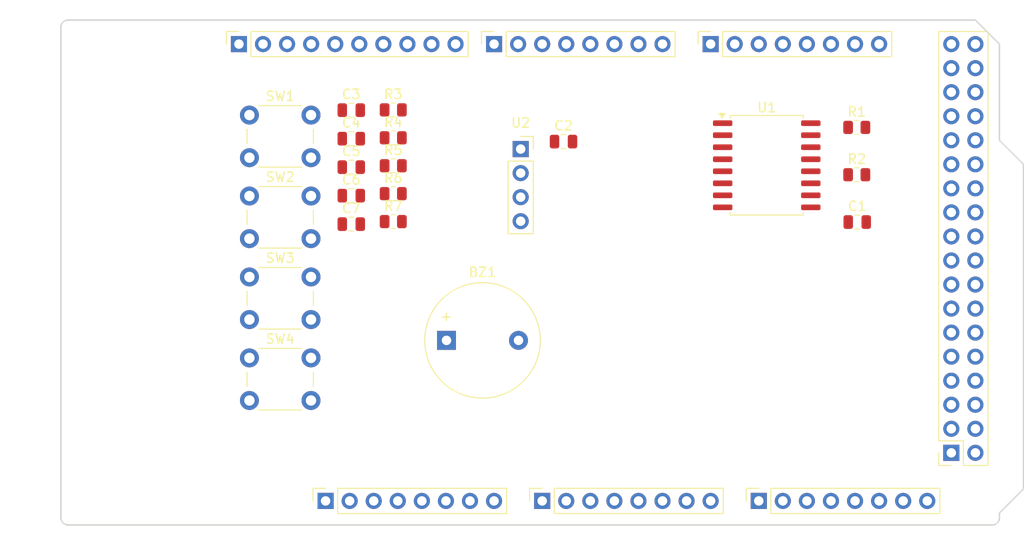
<source format=kicad_pcb>
(kicad_pcb (version 20241229) (generator "pcbnew") (generator_version "9.0")
  (title_block (date "mar. 31 mars 2015"))
  (layers (0 "F.Cu" signal) (2 "B.Cu" signal) (13 "F.Paste" user) (15 "B.Paste" user) (5 "F.SilkS" user "F.Silkscreen") (7 "B.SilkS" user "B.Silkscreen") (1 "F.Mask" user) (3 "B.Mask" user) (25 "Edge.Cuts" user))
  (net 0 "")
  (net 1 "GND")
  (net 2 "/*52")
  (net 3 "/53")
  (net 4 "/50")
  (net 5 "/51")
  (net 6 "/48")
  (net 7 "/49")
  (net 8 "/*46")
  (net 9 "/47")
  (net 10 "/*44")
  (net 11 "/*45")
  (net 12 "/42")
  (net 13 "/43")
  (net 14 "/40")
  (net 15 "/41")
  (net 16 "/38")
  (net 17 "/39")
  (net 18 "/36")
  (net 19 "/37")
  (net 20 "/34")
  (net 21 "/35")
  (net 22 "/32")
  (net 23 "/33")
  (net 24 "/30")
  (net 25 "/31")
  (net 26 "/28")
  (net 27 "/29")
  (net 28 "/26")
  (net 29 "/27")
  (net 30 "/24")
  (net 31 "/25")
  (net 32 "/22")
  (net 33 "/23")
  (net 34 "+5V")
  (net 35 "/IOREF")
  (net 36 "/A0")
  (net 37 "/A1")
  (net 38 "/A2")
  (net 39 "/A3")
  (net 40 "/A4")
  (net 41 "/A5")
  (net 42 "/A6")
  (net 43 "/A7")
  (net 44 "/A8")
  (net 45 "/A9")
  (net 46 "/A10")
  (net 47 "/A11")
  (net 48 "/A12")
  (net 49 "/A13")
  (net 50 "/A14")
  (net 51 "/A15")
  (net 52 "/AREF")
  (net 53 "/*13")
  (net 54 "/*12")
  (net 55 "/*11")
  (net 56 "/*10")
  (net 57 "/*9")
  (net 58 "/*8")
  (net 59 "/*7")
  (net 60 "/*6")
  (net 61 "/*5")
  (net 62 "/*4")
  (net 63 "/*3")
  (net 64 "/*2")
  (net 65 "/TX0{slash}1")
  (net 66 "/RX0{slash}0")
  (net 67 "+3V3")
  (net 68 "/TX3{slash}14")
  (net 69 "/RX3{slash}15")
  (net 70 "/TX2{slash}16")
  (net 71 "/RX2{slash}17")
  (net 72 "/TX1{slash}18")
  (net 73 "/RX1{slash}19")
  (net 74 "/SDA{slash}20")
  (net 75 "/SCL{slash}21")
  (net 76 "VCC")
  (net 77 "/~{RESET}")
  (net 82 "Net-(BZ1-+)")
  (net 83 "Net-(C4-Pad1)")
  (net 84 "Net-(C5-Pad1)")
  (net 85 "Net-(C6-Pad1)")
  (net 86 "Net-(C7-Pad1)")
  (net 87 "/SCL")
  (footprint "Connector_PinSocket_2.54mm:PinSocket_2x18_P2.54mm_Vertical" (layer "F.Cu") (at 193.98 92.38 180)
    (property "Reference" "J7" (hide yes))
    (property "Value" "Digital")
    (fp_line (start 1.33 1.27) (end 1.33 44.51) (stroke (width 0.12)) (layer "F.SilkS"))
    (fp_line (start 1.33 -1.33) (end 1.33 0) (stroke (width 0.12)) (layer "F.SilkS"))
    (fp_line (start 0 -1.33) (end 1.33 -1.33) (stroke (width 0.12)) (layer "F.SilkS"))
    (fp_line (start -1.27 1.27) (end 1.33 1.27) (stroke (width 0.12)) (layer "F.SilkS"))
    (fp_line (start -1.27 -1.33) (end -1.27 1.27) (stroke (width 0.12)) (layer "F.SilkS"))
    (fp_line (start -3.87 44.51) (end 1.33 44.51) (stroke (width 0.12)) (layer "F.SilkS"))
    (fp_line (start -3.87 -1.33) (end -1.27 -1.33) (stroke (width 0.12)) (layer "F.SilkS"))
    (fp_line (start -3.87 -1.33) (end -3.87 44.51) (stroke (width 0.12)) (layer "F.SilkS"))
    (pad "1" thru_hole rect (at 0 0 180) (size 1.7 1.7) (drill 1) (layers "*.Cu" "*.Mask") (net 1 "GND"))
    (pad "2" thru_hole oval (at -2.54 0 180) (size 1.7 1.7) (drill 1) (layers "*.Cu" "*.Mask") (net 1 "GND"))
    (pad "3" thru_hole oval (at 0 2.54 180) (size 1.7 1.7) (drill 1) (layers "*.Cu" "*.Mask") (net 2 "/*52"))
    (pad "4" thru_hole oval (at -2.54 2.54 180) (size 1.7 1.7) (drill 1) (layers "*.Cu" "*.Mask") (net 3 "/53"))
    (pad "5" thru_hole oval (at 0 5.08 180) (size 1.7 1.7) (drill 1) (layers "*.Cu" "*.Mask") (net 4 "/50"))
    (pad "6" thru_hole oval (at -2.54 5.08 180) (size 1.7 1.7) (drill 1) (layers "*.Cu" "*.Mask") (net 5 "/51"))
    (pad "7" thru_hole oval (at 0 7.62 180) (size 1.7 1.7) (drill 1) (layers "*.Cu" "*.Mask") (net 6 "/48"))
    (pad "8" thru_hole oval (at -2.54 7.62 180) (size 1.7 1.7) (drill 1) (layers "*.Cu" "*.Mask") (net 7 "/49"))
    (pad "9" thru_hole oval (at 0 10.16 180) (size 1.7 1.7) (drill 1) (layers "*.Cu" "*.Mask") (net 8 "/*46"))
    (pad "10" thru_hole oval (at -2.54 10.16 180) (size 1.7 1.7) (drill 1) (layers "*.Cu" "*.Mask") (net 9 "/47"))
    (pad "11" thru_hole oval (at 0 12.7 180) (size 1.7 1.7) (drill 1) (layers "*.Cu" "*.Mask") (net 10 "/*44"))
    (pad "12" thru_hole oval (at -2.54 12.7 180) (size 1.7 1.7) (drill 1) (layers "*.Cu" "*.Mask") (net 11 "/*45"))
    (pad "13" thru_hole oval (at 0 15.24 180) (size 1.7 1.7) (drill 1) (layers "*.Cu" "*.Mask") (net 12 "/42"))
    (pad "14" thru_hole oval (at -2.54 15.24 180) (size 1.7 1.7) (drill 1) (layers "*.Cu" "*.Mask") (net 13 "/43"))
    (pad "15" thru_hole oval (at 0 17.78 180) (size 1.7 1.7) (drill 1) (layers "*.Cu" "*.Mask") (net 14 "/40"))
    (pad "16" thru_hole oval (at -2.54 17.78 180) (size 1.7 1.7) (drill 1) (layers "*.Cu" "*.Mask") (net 15 "/41"))
    (pad "17" thru_hole oval (at 0 20.32 180) (size 1.7 1.7) (drill 1) (layers "*.Cu" "*.Mask") (net 16 "/38"))
    (pad "18" thru_hole oval (at -2.54 20.32 180) (size 1.7 1.7) (drill 1) (layers "*.Cu" "*.Mask") (net 17 "/39"))
    (pad "19" thru_hole oval (at 0 22.86 180) (size 1.7 1.7) (drill 1) (layers "*.Cu" "*.Mask") (net 18 "/36"))
    (pad "20" thru_hole oval (at -2.54 22.86 180) (size 1.7 1.7) (drill 1) (layers "*.Cu" "*.Mask") (net 19 "/37"))
    (pad "21" thru_hole oval (at 0 25.4 180) (size 1.7 1.7) (drill 1) (layers "*.Cu" "*.Mask") (net 20 "/34"))
    (pad "22" thru_hole oval (at -2.54 25.4 180) (size 1.7 1.7) (drill 1) (layers "*.Cu" "*.Mask") (net 21 "/35"))
    (pad "23" thru_hole oval (at 0 27.94 180) (size 1.7 1.7) (drill 1) (layers "*.Cu" "*.Mask") (net 22 "/32"))
    (pad "24" thru_hole oval (at -2.54 27.94 180) (size 1.7 1.7) (drill 1) (layers "*.Cu" "*.Mask") (net 23 "/33"))
    (pad "25" thru_hole oval (at 0 30.48 180) (size 1.7 1.7) (drill 1) (layers "*.Cu" "*.Mask") (net 24 "/30"))
    (pad "26" thru_hole oval (at -2.54 30.48 180) (size 1.7 1.7) (drill 1) (layers "*.Cu" "*.Mask") (net 25 "/31"))
    (pad "27" thru_hole oval (at 0 33.02 180) (size 1.7 1.7) (drill 1) (layers "*.Cu" "*.Mask") (net 26 "/28"))
    (pad "28" thru_hole oval (at -2.54 33.02 180) (size 1.7 1.7) (drill 1) (layers "*.Cu" "*.Mask") (net 27 "/29"))
    (pad "29" thru_hole oval (at 0 35.56 180) (size 1.7 1.7) (drill 1) (layers "*.Cu" "*.Mask") (net 28 "/26"))
    (pad "30" thru_hole oval (at -2.54 35.56 180) (size 1.7 1.7) (drill 1) (layers "*.Cu" "*.Mask") (net 29 "/27"))
    (pad "31" thru_hole oval (at 0 38.1 180) (size 1.7 1.7) (drill 1) (layers "*.Cu" "*.Mask") (net 30 "/24"))
    (pad "32" thru_hole oval (at -2.54 38.1 180) (size 1.7 1.7) (drill 1) (layers "*.Cu" "*.Mask") (net 31 "/25"))
    (pad "33" thru_hole oval (at 0 40.64 180) (size 1.7 1.7) (drill 1) (layers "*.Cu" "*.Mask") (net 32 "/22"))
    (pad "34" thru_hole oval (at -2.54 40.64 180) (size 1.7 1.7) (drill 1) (layers "*.Cu" "*.Mask") (net 33 "/23"))
    (pad "35" thru_hole oval (at 0 43.18 180) (size 1.7 1.7) (drill 1) (layers "*.Cu" "*.Mask") (net 34 "+5V"))
    (pad "36" thru_hole oval (at -2.54 43.18 180) (size 1.7 1.7) (drill 1) (layers "*.Cu" "*.Mask") (net 34 "+5V"))
  )
  (footprint "Connector_PinSocket_2.54mm:PinSocket_1x08_P2.54mm_Vertical" (layer "F.Cu") (at 127.94 97.46 90)
    (property "Reference" "J1" (hide yes))
    (property "Value" "Power")
    (fp_line (start 1.33 -1.33) (end 1.33 0) (stroke (width 0.12)) (layer "F.SilkS"))
    (fp_line (start 0 -1.33) (end 1.33 -1.33) (stroke (width 0.12)) (layer "F.SilkS"))
    (fp_line (start 1.33 1.27) (end 1.33 19.11) (stroke (width 0.12)) (layer "F.SilkS"))
    (fp_line (start -1.33 1.27) (end 1.33 1.27) (stroke (width 0.12)) (layer "F.SilkS"))
    (fp_line (start -1.33 1.27) (end -1.33 19.11) (stroke (width 0.12)) (layer "F.SilkS"))
    (fp_line (start -1.33 19.11) (end 1.33 19.11) (stroke (width 0.12)) (layer "F.SilkS"))
    (pad "1" thru_hole rect (at 0 0 90) (size 1.7 1.7) (drill 1) (layers "*.Cu" "*.Mask"))
    (pad "2" thru_hole oval (at 0 2.54 90) (size 1.7 1.7) (drill 1) (layers "*.Cu" "*.Mask") (net 35 "/IOREF"))
    (pad "3" thru_hole oval (at 0 5.08 90) (size 1.7 1.7) (drill 1) (layers "*.Cu" "*.Mask") (net 77 "/~{RESET}"))
    (pad "4" thru_hole oval (at 0 7.62 90) (size 1.7 1.7) (drill 1) (layers "*.Cu" "*.Mask") (net 67 "+3V3"))
    (pad "5" thru_hole oval (at 0 10.16 90) (size 1.7 1.7) (drill 1) (layers "*.Cu" "*.Mask") (net 34 "+5V"))
    (pad "6" thru_hole oval (at 0 12.7 90) (size 1.7 1.7) (drill 1) (layers "*.Cu" "*.Mask") (net 1 "GND"))
    (pad "7" thru_hole oval (at 0 15.24 90) (size 1.7 1.7) (drill 1) (layers "*.Cu" "*.Mask") (net 1 "GND"))
    (pad "8" thru_hole oval (at 0 17.78 90) (size 1.7 1.7) (drill 1) (layers "*.Cu" "*.Mask") (net 76 "VCC"))
  )
  (footprint "Connector_PinSocket_2.54mm:PinSocket_1x08_P2.54mm_Vertical" (layer "F.Cu") (at 150.8 97.46 90)
    (property "Reference" "J3" (hide yes))
    (property "Value" "Analog")
    (fp_line (start 1.33 -1.33) (end 1.33 0) (stroke (width 0.12)) (layer "F.SilkS"))
    (fp_line (start 0 -1.33) (end 1.33 -1.33) (stroke (width 0.12)) (layer "F.SilkS"))
    (fp_line (start 1.33 1.27) (end 1.33 19.11) (stroke (width 0.12)) (layer "F.SilkS"))
    (fp_line (start -1.33 1.27) (end 1.33 1.27) (stroke (width 0.12)) (layer "F.SilkS"))
    (fp_line (start -1.33 1.27) (end -1.33 19.11) (stroke (width 0.12)) (layer "F.SilkS"))
    (fp_line (start -1.33 19.11) (end 1.33 19.11) (stroke (width 0.12)) (layer "F.SilkS"))
    (pad "1" thru_hole rect (at 0 0 90) (size 1.7 1.7) (drill 1) (layers "*.Cu" "*.Mask") (net 36 "/A0"))
    (pad "2" thru_hole oval (at 0 2.54 90) (size 1.7 1.7) (drill 1) (layers "*.Cu" "*.Mask") (net 37 "/A1"))
    (pad "3" thru_hole oval (at 0 5.08 90) (size 1.7 1.7) (drill 1) (layers "*.Cu" "*.Mask") (net 38 "/A2"))
    (pad "4" thru_hole oval (at 0 7.62 90) (size 1.7 1.7) (drill 1) (layers "*.Cu" "*.Mask") (net 39 "/A3"))
    (pad "5" thru_hole oval (at 0 10.16 90) (size 1.7 1.7) (drill 1) (layers "*.Cu" "*.Mask") (net 40 "/A4"))
    (pad "6" thru_hole oval (at 0 12.7 90) (size 1.7 1.7) (drill 1) (layers "*.Cu" "*.Mask") (net 41 "/A5"))
    (pad "7" thru_hole oval (at 0 15.24 90) (size 1.7 1.7) (drill 1) (layers "*.Cu" "*.Mask") (net 42 "/A6"))
    (pad "8" thru_hole oval (at 0 17.78 90) (size 1.7 1.7) (drill 1) (layers "*.Cu" "*.Mask") (net 43 "/A7"))
  )
  (footprint "Connector_PinSocket_2.54mm:PinSocket_1x08_P2.54mm_Vertical" (layer "F.Cu") (at 173.66 97.46 90)
    (property "Reference" "J5" (hide yes))
    (property "Value" "Analog")
    (fp_line (start 1.33 -1.33) (end 1.33 0) (stroke (width 0.12)) (layer "F.SilkS"))
    (fp_line (start 0 -1.33) (end 1.33 -1.33) (stroke (width 0.12)) (layer "F.SilkS"))
    (fp_line (start 1.33 1.27) (end 1.33 19.11) (stroke (width 0.12)) (layer "F.SilkS"))
    (fp_line (start -1.33 1.27) (end 1.33 1.27) (stroke (width 0.12)) (layer "F.SilkS"))
    (fp_line (start -1.33 1.27) (end -1.33 19.11) (stroke (width 0.12)) (layer "F.SilkS"))
    (fp_line (start -1.33 19.11) (end 1.33 19.11) (stroke (width 0.12)) (layer "F.SilkS"))
    (pad "1" thru_hole rect (at 0 0 90) (size 1.7 1.7) (drill 1) (layers "*.Cu" "*.Mask") (net 44 "/A8"))
    (pad "2" thru_hole oval (at 0 2.54 90) (size 1.7 1.7) (drill 1) (layers "*.Cu" "*.Mask") (net 45 "/A9"))
    (pad "3" thru_hole oval (at 0 5.08 90) (size 1.7 1.7) (drill 1) (layers "*.Cu" "*.Mask") (net 46 "/A10"))
    (pad "4" thru_hole oval (at 0 7.62 90) (size 1.7 1.7) (drill 1) (layers "*.Cu" "*.Mask") (net 47 "/A11"))
    (pad "5" thru_hole oval (at 0 10.16 90) (size 1.7 1.7) (drill 1) (layers "*.Cu" "*.Mask") (net 48 "/A12"))
    (pad "6" thru_hole oval (at 0 12.7 90) (size 1.7 1.7) (drill 1) (layers "*.Cu" "*.Mask") (net 49 "/A13"))
    (pad "7" thru_hole oval (at 0 15.24 90) (size 1.7 1.7) (drill 1) (layers "*.Cu" "*.Mask") (net 50 "/A14"))
    (pad "8" thru_hole oval (at 0 17.78 90) (size 1.7 1.7) (drill 1) (layers "*.Cu" "*.Mask") (net 51 "/A15"))
  )
  (footprint "Connector_PinSocket_2.54mm:PinSocket_1x10_P2.54mm_Vertical" (layer "F.Cu") (at 118.796 49.2 90)
    (property "Reference" "J2" (hide yes))
    (property "Value" "PWM")
    (fp_line (start 1.33 -1.33) (end 1.33 0) (stroke (width 0.12)) (layer "F.SilkS"))
    (fp_line (start 0 -1.33) (end 1.33 -1.33) (stroke (width 0.12)) (layer "F.SilkS"))
    (fp_line (start 1.33 1.27) (end 1.33 24.19) (stroke (width 0.12)) (layer "F.SilkS"))
    (fp_line (start -1.33 1.27) (end 1.33 1.27) (stroke (width 0.12)) (layer "F.SilkS"))
    (fp_line (start -1.33 1.27) (end -1.33 24.19) (stroke (width 0.12)) (layer "F.SilkS"))
    (fp_line (start -1.33 24.19) (end 1.33 24.19) (stroke (width 0.12)) (layer "F.SilkS"))
    (pad "1" thru_hole rect (at 0 0 90) (size 1.7 1.7) (drill 1) (layers "*.Cu" "*.Mask") (net 87 "/SCL"))
    (pad "2" thru_hole oval (at 0 2.54 90) (size 1.7 1.7) (drill 1) (layers "*.Cu" "*.Mask") (net 87 "/SCL"))
    (pad "3" thru_hole oval (at 0 5.08 90) (size 1.7 1.7) (drill 1) (layers "*.Cu" "*.Mask") (net 52 "/AREF"))
    (pad "4" thru_hole oval (at 0 7.62 90) (size 1.7 1.7) (drill 1) (layers "*.Cu" "*.Mask") (net 1 "GND"))
    (pad "5" thru_hole oval (at 0 10.16 90) (size 1.7 1.7) (drill 1) (layers "*.Cu" "*.Mask") (net 53 "/*13"))
    (pad "6" thru_hole oval (at 0 12.7 90) (size 1.7 1.7) (drill 1) (layers "*.Cu" "*.Mask") (net 54 "/*12"))
    (pad "7" thru_hole oval (at 0 15.24 90) (size 1.7 1.7) (drill 1) (layers "*.Cu" "*.Mask") (net 55 "/*11"))
    (pad "8" thru_hole oval (at 0 17.78 90) (size 1.7 1.7) (drill 1) (layers "*.Cu" "*.Mask") (net 56 "/*10"))
    (pad "9" thru_hole oval (at 0 20.32 90) (size 1.7 1.7) (drill 1) (layers "*.Cu" "*.Mask") (net 57 "/*9"))
    (pad "10" thru_hole oval (at 0 22.86 90) (size 1.7 1.7) (drill 1) (layers "*.Cu" "*.Mask") (net 58 "/*8"))
  )
  (footprint "Connector_PinSocket_2.54mm:PinSocket_1x08_P2.54mm_Vertical" (layer "F.Cu") (at 145.72 49.2 90)
    (property "Reference" "J4" (hide yes))
    (property "Value" "PWM")
    (fp_line (start 1.33 -1.33) (end 1.33 0) (stroke (width 0.12)) (layer "F.SilkS"))
    (fp_line (start 0 -1.33) (end 1.33 -1.33) (stroke (width 0.12)) (layer "F.SilkS"))
    (fp_line (start 1.33 1.27) (end 1.33 19.11) (stroke (width 0.12)) (layer "F.SilkS"))
    (fp_line (start -1.33 1.27) (end 1.33 1.27) (stroke (width 0.12)) (layer "F.SilkS"))
    (fp_line (start -1.33 1.27) (end -1.33 19.11) (stroke (width 0.12)) (layer "F.SilkS"))
    (fp_line (start -1.33 19.11) (end 1.33 19.11) (stroke (width 0.12)) (layer "F.SilkS"))
    (pad "1" thru_hole rect (at 0 0 90) (size 1.7 1.7) (drill 1) (layers "*.Cu" "*.Mask") (net 59 "/*7"))
    (pad "2" thru_hole oval (at 0 2.54 90) (size 1.7 1.7) (drill 1) (layers "*.Cu" "*.Mask") (net 60 "/*6"))
    (pad "3" thru_hole oval (at 0 5.08 90) (size 1.7 1.7) (drill 1) (layers "*.Cu" "*.Mask") (net 61 "/*5"))
    (pad "4" thru_hole oval (at 0 7.62 90) (size 1.7 1.7) (drill 1) (layers "*.Cu" "*.Mask") (net 62 "/*4"))
    (pad "5" thru_hole oval (at 0 10.16 90) (size 1.7 1.7) (drill 1) (layers "*.Cu" "*.Mask") (net 63 "/*3"))
    (pad "6" thru_hole oval (at 0 12.7 90) (size 1.7 1.7) (drill 1) (layers "*.Cu" "*.Mask") (net 64 "/*2"))
    (pad "7" thru_hole oval (at 0 15.24 90) (size 1.7 1.7) (drill 1) (layers "*.Cu" "*.Mask") (net 65 "/TX0{slash}1"))
    (pad "8" thru_hole oval (at 0 17.78 90) (size 1.7 1.7) (drill 1) (layers "*.Cu" "*.Mask") (net 66 "/RX0{slash}0"))
  )
  (footprint "Connector_PinSocket_2.54mm:PinSocket_1x08_P2.54mm_Vertical" (layer "F.Cu") (at 168.58 49.2 90)
    (property "Reference" "J6" (hide yes))
    (property "Value" "Communication")
    (fp_line (start 1.33 -1.33) (end 1.33 0) (stroke (width 0.12)) (layer "F.SilkS"))
    (fp_line (start 0 -1.33) (end 1.33 -1.33) (stroke (width 0.12)) (layer "F.SilkS"))
    (fp_line (start 1.33 1.27) (end 1.33 19.11) (stroke (width 0.12)) (layer "F.SilkS"))
    (fp_line (start -1.33 1.27) (end 1.33 1.27) (stroke (width 0.12)) (layer "F.SilkS"))
    (fp_line (start -1.33 1.27) (end -1.33 19.11) (stroke (width 0.12)) (layer "F.SilkS"))
    (fp_line (start -1.33 19.11) (end 1.33 19.11) (stroke (width 0.12)) (layer "F.SilkS"))
    (pad "1" thru_hole rect (at 0 0 90) (size 1.7 1.7) (drill 1) (layers "*.Cu" "*.Mask") (net 68 "/TX3{slash}14"))
    (pad "2" thru_hole oval (at 0 2.54 90) (size 1.7 1.7) (drill 1) (layers "*.Cu" "*.Mask") (net 69 "/RX3{slash}15"))
    (pad "3" thru_hole oval (at 0 5.08 90) (size 1.7 1.7) (drill 1) (layers "*.Cu" "*.Mask") (net 70 "/TX2{slash}16"))
    (pad "4" thru_hole oval (at 0 7.62 90) (size 1.7 1.7) (drill 1) (layers "*.Cu" "*.Mask") (net 71 "/RX2{slash}17"))
    (pad "5" thru_hole oval (at 0 10.16 90) (size 1.7 1.7) (drill 1) (layers "*.Cu" "*.Mask") (net 72 "/TX1{slash}18"))
    (pad "6" thru_hole oval (at 0 12.7 90) (size 1.7 1.7) (drill 1) (layers "*.Cu" "*.Mask") (net 73 "/RX1{slash}19"))
    (pad "7" thru_hole oval (at 0 15.24 90) (size 1.7 1.7) (drill 1) (layers "*.Cu" "*.Mask") (net 74 "/SDA{slash}20"))
    (pad "8" thru_hole oval (at 0 17.78 90) (size 1.7 1.7) (drill 1) (layers "*.Cu" "*.Mask") (net 75 "/SCL{slash}21"))
  )
  (footprint "Capacitor_SMD:C_0805_2012Metric" (layer "F.Cu") (at 153.05 59.5)
    (property "Reference" "C2" (at 0 -1.68 0) (layer "F.SilkS"))
    (property "Value" "100nF")
    (fp_line (start -0.261252 -0.735) (end 0.261252 -0.735) (stroke (width 0.12)) (layer "F.SilkS"))
    (fp_line (start -0.261252 0.735) (end 0.261252 0.735) (stroke (width 0.12)) (layer "F.SilkS"))
    (pad "1" smd roundrect (at -0.95 0) (size 1 1.45) (layers "F.Cu" "F.Mask" "F.Paste") (net 1 "GND"))
    (pad "2" smd roundrect (at 0.95 0) (size 1 1.45) (layers "F.Cu" "F.Mask" "F.Paste") (net 34 "+5V"))
  )
  (footprint "Capacitor_SMD:C_0805_2012Metric" (layer "F.Cu") (at 130.65 56.18)
    (property "Reference" "C3" (at 0 -1.68 0) (layer "F.SilkS"))
    (property "Value" "100nF")
    (fp_line (start -0.261252 -0.735) (end 0.261252 -0.735) (stroke (width 0.12)) (layer "F.SilkS"))
    (fp_line (start -0.261252 0.735) (end 0.261252 0.735) (stroke (width 0.12)) (layer "F.SilkS"))
    (pad "1" smd roundrect (at -0.95 0) (size 1 1.45) (layers "F.Cu" "F.Mask" "F.Paste") (net 1 "GND"))
    (pad "2" smd roundrect (at 0.95 0) (size 1 1.45) (layers "F.Cu" "F.Mask" "F.Paste") (net 34 "+5V"))
  )
  (footprint "Button_Switch_THT:SW_PUSH_6mm" (layer "F.Cu") (at 119.9 82.35)
    (property "Reference" "SW4" (at 3.25 -2 0) (layer "F.SilkS"))
    (property "Value" "BTN_BACK")
    (fp_line (start -0.25 1.5) (end -0.25 3) (stroke (width 0.12)) (layer "F.SilkS"))
    (fp_line (start 1 5.5) (end 5.5 5.5) (stroke (width 0.12)) (layer "F.SilkS"))
    (fp_line (start 5.5 -1) (end 1 -1) (stroke (width 0.12)) (layer "F.SilkS"))
    (fp_line (start 6.75 3) (end 6.75 1.5) (stroke (width 0.12)) (layer "F.SilkS"))
    (pad "1" thru_hole circle (at 0 0 90) (size 2 2) (drill 1.1) (layers "*.Cu" "*.Mask") (net 56 "/*10"))
    (pad "1" thru_hole circle (at 6.5 0 90) (size 2 2) (drill 1.1) (layers "*.Cu" "*.Mask") (net 56 "/*10"))
    (pad "2" thru_hole circle (at 0 4.5 90) (size 2 2) (drill 1.1) (layers "*.Cu" "*.Mask") (net 86 "Net-(C7-Pad1)"))
    (pad "2" thru_hole circle (at 6.5 4.5 90) (size 2 2) (drill 1.1) (layers "*.Cu" "*.Mask") (net 86 "Net-(C7-Pad1)"))
  )
  (footprint "Button_Switch_THT:SW_PUSH_6mm" (layer "F.Cu") (at 119.9 73.8)
    (property "Reference" "SW3" (at 3.25 -2 0) (layer "F.SilkS"))
    (property "Value" "BTN_SELECT")
    (fp_line (start -0.25 1.5) (end -0.25 3) (stroke (width 0.12)) (layer "F.SilkS"))
    (fp_line (start 1 5.5) (end 5.5 5.5) (stroke (width 0.12)) (layer "F.SilkS"))
    (fp_line (start 5.5 -1) (end 1 -1) (stroke (width 0.12)) (layer "F.SilkS"))
    (fp_line (start 6.75 3) (end 6.75 1.5) (stroke (width 0.12)) (layer "F.SilkS"))
    (pad "1" thru_hole circle (at 0 0 90) (size 2 2) (drill 1.1) (layers "*.Cu" "*.Mask") (net 55 "/*11"))
    (pad "1" thru_hole circle (at 6.5 0 90) (size 2 2) (drill 1.1) (layers "*.Cu" "*.Mask") (net 55 "/*11"))
    (pad "2" thru_hole circle (at 0 4.5 90) (size 2 2) (drill 1.1) (layers "*.Cu" "*.Mask") (net 85 "Net-(C6-Pad1)"))
    (pad "2" thru_hole circle (at 6.5 4.5 90) (size 2 2) (drill 1.1) (layers "*.Cu" "*.Mask") (net 85 "Net-(C6-Pad1)"))
  )
  (footprint "Arduino_MountingHole:MountingHole_3.2mm" (layer "F.Cu") (at 196.52 97.46)
    (property "Reference" "MH6" (hide yes))
    (property "Value" "MountingHole_3.2mm" (hide yes))
    (pad "" np_thru_hole circle (at 0 0) (size 3.2 3.2) (drill 3.2) (layers "*.Cu" "*.Mask"))
  )
  (footprint "Resistor_SMD:R_0805_2012Metric" (layer "F.Cu") (at 135.08 62.05)
    (property "Reference" "R5" (at 0 -1.65 0) (layer "F.SilkS"))
    (property "Value" "10k")
    (fp_line (start -0.227064 -0.735) (end 0.227064 -0.735) (stroke (width 0.12)) (layer "F.SilkS"))
    (fp_line (start -0.227064 0.735) (end 0.227064 0.735) (stroke (width 0.12)) (layer "F.SilkS"))
    (pad "1" smd roundrect (at -0.9125 0) (size 1.025 1.4) (layers "F.Cu" "F.Mask" "F.Paste") (roundrect_rratio 0.243902) (net 34 "+5V"))
    (pad "2" smd roundrect (at 0.9125 0) (size 1.025 1.4) (layers "F.Cu" "F.Mask" "F.Paste") (roundrect_rratio 0.243902) (net 55 "/*11"))
  )
  (footprint "Capacitor_SMD:C_0805_2012Metric" (layer "F.Cu") (at 184.05 68)
    (property "Reference" "C1" (at 0 -1.68 0) (layer "F.SilkS"))
    (property "Value" "100nF")
    (fp_line (start -0.261252 -0.735) (end 0.261252 -0.735) (stroke (width 0.12)) (layer "F.SilkS"))
    (fp_line (start -0.261252 0.735) (end 0.261252 0.735) (stroke (width 0.12)) (layer "F.SilkS"))
    (pad "1" smd roundrect (at -0.95 0) (size 1 1.45) (layers "F.Cu" "F.Mask" "F.Paste") (net 34 "+5V"))
    (pad "2" smd roundrect (at 0.95 0) (size 1 1.45) (layers "F.Cu" "F.Mask" "F.Paste") (net 1 "GND"))
  )
  (footprint "Button_Switch_THT:SW_PUSH_6mm" (layer "F.Cu") (at 119.9 56.7)
    (property "Reference" "SW1" (at 3.25 -2 0) (layer "F.SilkS"))
    (property "Value" "BTN_UP")
    (fp_line (start -0.25 1.5) (end -0.25 3) (stroke (width 0.12)) (layer "F.SilkS"))
    (fp_line (start 1 5.5) (end 5.5 5.5) (stroke (width 0.12)) (layer "F.SilkS"))
    (fp_line (start 5.5 -1) (end 1 -1) (stroke (width 0.12)) (layer "F.SilkS"))
    (fp_line (start 6.75 3) (end 6.75 1.5) (stroke (width 0.12)) (layer "F.SilkS"))
    (pad "1" thru_hole circle (at 0 0 90) (size 2 2) (drill 1.1) (layers "*.Cu" "*.Mask") (net 53 "/*13"))
    (pad "1" thru_hole circle (at 6.5 0 90) (size 2 2) (drill 1.1) (layers "*.Cu" "*.Mask") (net 53 "/*13"))
    (pad "2" thru_hole circle (at 0 4.5 90) (size 2 2) (drill 1.1) (layers "*.Cu" "*.Mask") (net 83 "Net-(C4-Pad1)"))
    (pad "2" thru_hole circle (at 6.5 4.5 90) (size 2 2) (drill 1.1) (layers "*.Cu" "*.Mask") (net 83 "Net-(C4-Pad1)"))
  )
  (footprint "Capacitor_SMD:C_0805_2012Metric" (layer "F.Cu") (at 130.65 68.22)
    (property "Reference" "C7" (at 0 -1.68 0) (layer "F.SilkS"))
    (property "Value" "100nF")
    (fp_line (start -0.261252 -0.735) (end 0.261252 -0.735) (stroke (width 0.12)) (layer "F.SilkS"))
    (fp_line (start -0.261252 0.735) (end 0.261252 0.735) (stroke (width 0.12)) (layer "F.SilkS"))
    (pad "1" smd roundrect (at -0.95 0) (size 1 1.45) (layers "F.Cu" "F.Mask" "F.Paste") (net 86 "Net-(C7-Pad1)"))
    (pad "2" smd roundrect (at 0.95 0) (size 1 1.45) (layers "F.Cu" "F.Mask" "F.Paste") (net 1 "GND"))
  )
  (footprint "Resistor_SMD:R_0805_2012Metric" (layer "F.Cu") (at 135.08 65)
    (property "Reference" "R6" (at 0 -1.65 0) (layer "F.SilkS"))
    (property "Value" "10k")
    (fp_line (start -0.227064 -0.735) (end 0.227064 -0.735) (stroke (width 0.12)) (layer "F.SilkS"))
    (fp_line (start -0.227064 0.735) (end 0.227064 0.735) (stroke (width 0.12)) (layer "F.SilkS"))
    (pad "1" smd roundrect (at -0.9125 0) (size 1.025 1.4) (layers "F.Cu" "F.Mask" "F.Paste") (roundrect_rratio 0.243902) (net 34 "+5V"))
    (pad "2" smd roundrect (at 0.9125 0) (size 1.025 1.4) (layers "F.Cu" "F.Mask" "F.Paste") (roundrect_rratio 0.243902) (net 56 "/*10"))
  )
  (footprint "Resistor_SMD:R_0805_2012Metric" (layer "F.Cu") (at 135.08 67.95)
    (property "Reference" "R7" (at 0 -1.65 0) (layer "F.SilkS"))
    (property "Value" "100")
    (fp_line (start -0.227064 -0.735) (end 0.227064 -0.735) (stroke (width 0.12)) (layer "F.SilkS"))
    (fp_line (start -0.227064 0.735) (end 0.227064 0.735) (stroke (width 0.12)) (layer "F.SilkS"))
    (pad "1" smd roundrect (at -0.9125 0) (size 1.025 1.4) (layers "F.Cu" "F.Mask" "F.Paste") (roundrect_rratio 0.243902) (net 82 "Net-(BZ1-+)"))
    (pad "2" smd roundrect (at 0.9125 0) (size 1.025 1.4) (layers "F.Cu" "F.Mask" "F.Paste") (roundrect_rratio 0.243902) (net 57 "/*9"))
  )
  (footprint "Arduino_MountingHole:MountingHole_3.2mm" (layer "F.Cu") (at 115.24 49.2)
    (property "Reference" "MH1" (hide yes))
    (property "Value" "MountingHole_3.2mm" (hide yes))
    (pad "" np_thru_hole circle (at 0 0) (size 3.2 3.2) (drill 3.2) (layers "*.Cu" "*.Mask"))
  )
  (footprint "Capacitor_SMD:C_0805_2012Metric" (layer "F.Cu") (at 130.65 59.19)
    (property "Reference" "C4" (at 0 -1.68 0) (layer "F.SilkS"))
    (property "Value" "100nF")
    (fp_line (start -0.261252 -0.735) (end 0.261252 -0.735) (stroke (width 0.12)) (layer "F.SilkS"))
    (fp_line (start -0.261252 0.735) (end 0.261252 0.735) (stroke (width 0.12)) (layer "F.SilkS"))
    (pad "1" smd roundrect (at -0.95 0) (size 1 1.45) (layers "F.Cu" "F.Mask" "F.Paste") (net 83 "Net-(C4-Pad1)"))
    (pad "2" smd roundrect (at 0.95 0) (size 1 1.45) (layers "F.Cu" "F.Mask" "F.Paste") (net 1 "GND"))
  )
  (footprint "Button_Switch_THT:SW_PUSH_6mm" (layer "F.Cu") (at 119.9 65.25)
    (property "Reference" "SW2" (at 3.25 -2 0) (layer "F.SilkS"))
    (property "Value" "BTN_DOWN")
    (fp_line (start -0.25 1.5) (end -0.25 3) (stroke (width 0.12)) (layer "F.SilkS"))
    (fp_line (start 1 5.5) (end 5.5 5.5) (stroke (width 0.12)) (layer "F.SilkS"))
    (fp_line (start 5.5 -1) (end 1 -1) (stroke (width 0.12)) (layer "F.SilkS"))
    (fp_line (start 6.75 3) (end 6.75 1.5) (stroke (width 0.12)) (layer "F.SilkS"))
    (pad "1" thru_hole circle (at 0 0 90) (size 2 2) (drill 1.1) (layers "*.Cu" "*.Mask") (net 54 "/*12"))
    (pad "1" thru_hole circle (at 6.5 0 90) (size 2 2) (drill 1.1) (layers "*.Cu" "*.Mask") (net 54 "/*12"))
    (pad "2" thru_hole circle (at 0 4.5 90) (size 2 2) (drill 1.1) (layers "*.Cu" "*.Mask") (net 84 "Net-(C5-Pad1)"))
    (pad "2" thru_hole circle (at 6.5 4.5 90) (size 2 2) (drill 1.1) (layers "*.Cu" "*.Mask") (net 84 "Net-(C5-Pad1)"))
  )
  (footprint "Resistor_SMD:R_0805_2012Metric" (layer "F.Cu") (at 184 58)
    (property "Reference" "R1" (at 0 -1.65 0) (layer "F.SilkS"))
    (property "Value" "4.7k")
    (fp_line (start -0.227064 -0.735) (end 0.227064 -0.735) (stroke (width 0.12)) (layer "F.SilkS"))
    (fp_line (start -0.227064 0.735) (end 0.227064 0.735) (stroke (width 0.12)) (layer "F.SilkS"))
    (pad "1" smd roundrect (at -0.9125 0) (size 1.025 1.4) (layers "F.Cu" "F.Mask" "F.Paste") (roundrect_rratio 0.243902) (net 34 "+5V"))
    (pad "2" smd roundrect (at 0.9125 0) (size 1.025 1.4) (layers "F.Cu" "F.Mask" "F.Paste") (roundrect_rratio 0.243902) (net 87 "/SCL"))
  )
  (footprint "Buzzer_Beeper:Buzzer_12x9.5RM7.6" (layer "F.Cu") (at 140.7 80.5)
    (property "Reference" "BZ1" (at 3.8 -7.2 0) (layer "F.SilkS"))
    (property "Value" "Buzzer")
    (fp_circle (center 3.8 0) (end 9.9 0) (stroke (width 0.12)) (fill no) (layer "F.SilkS"))
    (fp_text user "+" (at -0.01 -2.54 0) (layer "F.SilkS"))
    (pad "1" thru_hole rect (at 0 0) (size 2 2) (drill 1) (layers "*.Cu" "*.Mask") (net 82 "Net-(BZ1-+)"))
    (pad "2" thru_hole circle (at 7.6 0) (size 2 2) (drill 1) (layers "*.Cu" "*.Mask") (net 1 "GND"))
  )
  (footprint "Capacitor_SMD:C_0805_2012Metric" (layer "F.Cu") (at 130.65 65.21)
    (property "Reference" "C6" (at 0 -1.68 0) (layer "F.SilkS"))
    (property "Value" "100nF")
    (fp_line (start -0.261252 -0.735) (end 0.261252 -0.735) (stroke (width 0.12)) (layer "F.SilkS"))
    (fp_line (start -0.261252 0.735) (end 0.261252 0.735) (stroke (width 0.12)) (layer "F.SilkS"))
    (pad "1" smd roundrect (at -0.95 0) (size 1 1.45) (layers "F.Cu" "F.Mask" "F.Paste") (net 85 "Net-(C6-Pad1)"))
    (pad "2" smd roundrect (at 0.95 0) (size 1 1.45) (layers "F.Cu" "F.Mask" "F.Paste") (net 1 "GND"))
  )
  (footprint "Connector_PinSocket_2.54mm:PinSocket_1x04_P2.54mm_Vertical" (layer "F.Cu") (at 148.53 60.29)
    (property "Reference" "U2" (at 0 -2.77 0) (layer "F.SilkS"))
    (property "Value" "BME280")
    (fp_line (start -1.33 1.27) (end -1.33 8.95) (stroke (width 0.12)) (layer "F.SilkS"))
    (fp_line (start -1.33 1.27) (end 1.33 1.27) (stroke (width 0.12)) (layer "F.SilkS"))
    (fp_line (start -1.33 8.95) (end 1.33 8.95) (stroke (width 0.12)) (layer "F.SilkS"))
    (fp_line (start 0 -1.33) (end 1.33 -1.33) (stroke (width 0.12)) (layer "F.SilkS"))
    (fp_line (start 1.33 -1.33) (end 1.33 0) (stroke (width 0.12)) (layer "F.SilkS"))
    (fp_line (start 1.33 1.27) (end 1.33 8.95) (stroke (width 0.12)) (layer "F.SilkS"))
    (pad "1" thru_hole rect (at 0 0) (size 1.7 1.7) (drill 1) (layers "*.Cu" "*.Mask") (net 34 "+5V"))
    (pad "2" thru_hole circle (at 0 2.54) (size 1.7 1.7) (drill 1) (layers "*.Cu" "*.Mask") (net 1 "GND"))
    (pad "3" thru_hole circle (at 0 5.08) (size 1.7 1.7) (drill 1) (layers "*.Cu" "*.Mask") (net 87 "/SCL"))
    (pad "4" thru_hole circle (at 0 7.62) (size 1.7 1.7) (drill 1) (layers "*.Cu" "*.Mask") (net 87 "/SCL"))
  )
  (footprint "Capacitor_SMD:C_0805_2012Metric" (layer "F.Cu") (at 130.65 62.2)
    (property "Reference" "C5" (at 0 -1.68 0) (layer "F.SilkS"))
    (property "Value" "100nF")
    (fp_line (start -0.261252 -0.735) (end 0.261252 -0.735) (stroke (width 0.12)) (layer "F.SilkS"))
    (fp_line (start -0.261252 0.735) (end 0.261252 0.735) (stroke (width 0.12)) (layer "F.SilkS"))
    (pad "1" smd roundrect (at -0.95 0) (size 1 1.45) (layers "F.Cu" "F.Mask" "F.Paste") (net 84 "Net-(C5-Pad1)"))
    (pad "2" smd roundrect (at 0.95 0) (size 1 1.45) (layers "F.Cu" "F.Mask" "F.Paste") (net 1 "GND"))
  )
  (footprint "Resistor_SMD:R_0805_2012Metric" (layer "F.Cu") (at 135.08 59.1)
    (property "Reference" "R4" (at 0 -1.65 0) (layer "F.SilkS"))
    (property "Value" "10k")
    (fp_line (start -0.227064 -0.735) (end 0.227064 -0.735) (stroke (width 0.12)) (layer "F.SilkS"))
    (fp_line (start -0.227064 0.735) (end 0.227064 0.735) (stroke (width 0.12)) (layer "F.SilkS"))
    (pad "1" smd roundrect (at -0.9125 0) (size 1.025 1.4) (layers "F.Cu" "F.Mask" "F.Paste") (roundrect_rratio 0.243902) (net 34 "+5V"))
    (pad "2" smd roundrect (at 0.9125 0) (size 1.025 1.4) (layers "F.Cu" "F.Mask" "F.Paste") (roundrect_rratio 0.243902) (net 54 "/*12"))
  )
  (footprint "Arduino_MountingHole:MountingHole_3.2mm" (layer "F.Cu") (at 113.97 97.46)
    (property "Reference" "MH2" (hide yes))
    (property "Value" "MountingHole_3.2mm" (hide yes))
    (pad "" np_thru_hole circle (at 0 0) (size 3.2 3.2) (drill 3.2) (layers "*.Cu" "*.Mask"))
  )
  (footprint "Resistor_SMD:R_0805_2012Metric" (layer "F.Cu") (at 135.08 56.15)
    (property "Reference" "R3" (at 0 -1.65 0) (layer "F.SilkS"))
    (property "Value" "10k")
    (fp_line (start -0.227064 -0.735) (end 0.227064 -0.735) (stroke (width 0.12)) (layer "F.SilkS"))
    (fp_line (start -0.227064 0.735) (end 0.227064 0.735) (stroke (width 0.12)) (layer "F.SilkS"))
    (pad "1" smd roundrect (at -0.9125 0) (size 1.025 1.4) (layers "F.Cu" "F.Mask" "F.Paste") (roundrect_rratio 0.243902) (net 34 "+5V"))
    (pad "2" smd roundrect (at 0.9125 0) (size 1.025 1.4) (layers "F.Cu" "F.Mask" "F.Paste") (roundrect_rratio 0.243902) (net 53 "/*13"))
  )
  (footprint "Resistor_SMD:R_0805_2012Metric" (layer "F.Cu") (at 184 63)
    (property "Reference" "R2" (at 0 -1.65 0) (layer "F.SilkS"))
    (property "Value" "4.7k")
    (fp_line (start -0.227064 -0.735) (end 0.227064 -0.735) (stroke (width 0.12)) (layer "F.SilkS"))
    (fp_line (start -0.227064 0.735) (end 0.227064 0.735) (stroke (width 0.12)) (layer "F.SilkS"))
    (pad "1" smd roundrect (at -0.9125 0) (size 1.025 1.4) (layers "F.Cu" "F.Mask" "F.Paste") (roundrect_rratio 0.243902) (net 34 "+5V"))
    (pad "2" smd roundrect (at 0.9125 0) (size 1.025 1.4) (layers "F.Cu" "F.Mask" "F.Paste") (roundrect_rratio 0.243902) (net 87 "/SCL"))
  )
  (footprint "Arduino_MountingHole:MountingHole_3.2mm" (layer "F.Cu") (at 166.04 64.44)
    (property "Reference" "MH3" (hide yes))
    (property "Value" "MountingHole_3.2mm" (hide yes))
    (pad "" np_thru_hole circle (at 0 0) (size 3.2 3.2) (drill 3.2) (layers "*.Cu" "*.Mask"))
  )
  (footprint "Arduino_MountingHole:MountingHole_3.2mm" (layer "F.Cu") (at 166.04 92.38)
    (property "Reference" "MH4" (hide yes))
    (property "Value" "MountingHole_3.2mm" (hide yes))
    (pad "" np_thru_hole circle (at 0 0) (size 3.2 3.2) (drill 3.2) (layers "*.Cu" "*.Mask"))
  )
  (footprint "Package_SO:SOIC-16W_7.5x10.3mm_P1.27mm" (layer "F.Cu") (at 174.5 62)
    (property "Reference" "U1" (at 0 -6.1 0) (layer "F.SilkS"))
    (property "Value" "DS3231M")
    (fp_line (start -3.86 -5.26) (end -3.86 -5.005) (stroke (width 0.12)) (layer "F.SilkS"))
    (fp_line (start -3.86 5.26) (end -3.86 5.005) (stroke (width 0.12)) (layer "F.SilkS"))
    (fp_line (start 0 -5.26) (end -3.86 -5.26) (stroke (width 0.12)) (layer "F.SilkS"))
    (fp_line (start 0 -5.26) (end 3.86 -5.26) (stroke (width 0.12)) (layer "F.SilkS"))
    (fp_line (start 0 5.26) (end -3.86 5.26) (stroke (width 0.12)) (layer "F.SilkS"))
    (fp_line (start 0 5.26) (end 3.86 5.26) (stroke (width 0.12)) (layer "F.SilkS"))
    (fp_line (start 3.86 -5.26) (end 3.86 -5.005) (stroke (width 0.12)) (layer "F.SilkS"))
    (fp_line (start 3.86 5.26) (end 3.86 5.005) (stroke (width 0.12)) (layer "F.SilkS"))
    (fp_poly (pts (xy -4.7125 -5.005) (xy -5.0525 -5.475) (xy -4.3725 -5.475)) (stroke (width 0.12)) (fill yes) (layer "F.SilkS"))
    (pad "1" smd roundrect (at -4.65 -4.445) (size 2.05 0.6) (layers "F.Cu" "F.Mask" "F.Paste"))
    (pad "2" smd roundrect (at -4.65 -3.175) (size 2.05 0.6) (layers "F.Cu" "F.Mask" "F.Paste") (net 34 "+5V"))
    (pad "3" smd roundrect (at -4.65 -1.905) (size 2.05 0.6) (layers "F.Cu" "F.Mask" "F.Paste"))
    (pad "4" smd roundrect (at -4.65 -0.635) (size 2.05 0.6) (layers "F.Cu" "F.Mask" "F.Paste"))
    (pad "5" smd roundrect (at -4.65 0.635) (size 2.05 0.6) (layers "F.Cu" "F.Mask" "F.Paste") (net 1 "GND"))
    (pad "6" smd roundrect (at -4.65 1.905) (size 2.05 0.6) (layers "F.Cu" "F.Mask" "F.Paste") (net 1 "GND"))
    (pad "7" smd roundrect (at -4.65 3.175) (size 2.05 0.6) (layers "F.Cu" "F.Mask" "F.Paste") (net 1 "GND"))
    (pad "8" smd roundrect (at -4.65 4.445) (size 2.05 0.6) (layers "F.Cu" "F.Mask" "F.Paste") (net 1 "GND"))
    (pad "9" smd roundrect (at 4.65 4.445) (size 2.05 0.6) (layers "F.Cu" "F.Mask" "F.Paste") (net 1 "GND"))
    (pad "10" smd roundrect (at 4.65 3.175) (size 2.05 0.6) (layers "F.Cu" "F.Mask" "F.Paste") (net 1 "GND"))
    (pad "11" smd roundrect (at 4.65 1.905) (size 2.05 0.6) (layers "F.Cu" "F.Mask" "F.Paste") (net 1 "GND"))
    (pad "12" smd roundrect (at 4.65 0.635) (size 2.05 0.6) (layers "F.Cu" "F.Mask" "F.Paste") (net 1 "GND"))
    (pad "13" smd roundrect (at 4.65 -0.635) (size 2.05 0.6) (layers "F.Cu" "F.Mask" "F.Paste") (net 1 "GND"))
    (pad "14" smd roundrect (at 4.65 -1.905) (size 2.05 0.6) (layers "F.Cu" "F.Mask" "F.Paste") (net 1 "GND"))
    (pad "15" smd roundrect (at 4.65 -3.175) (size 2.05 0.6) (layers "F.Cu" "F.Mask" "F.Paste") (net 87 "/SCL"))
    (pad "16" smd roundrect (at 4.65 -4.445) (size 2.05 0.6) (layers "F.Cu" "F.Mask" "F.Paste") (net 87 "/SCL"))
  )
  (footprint "Arduino_MountingHole:MountingHole_3.2mm" (layer "F.Cu") (at 190.17 49.2)
    (property "Reference" "MH5" (hide yes))
    (property "Value" "MountingHole_3.2mm" (hide yes))
    (pad "" np_thru_hole circle (at 0 0) (size 3.2 3.2) (drill 3.2) (layers "*.Cu" "*.Mask"))
  )
  (gr_line (start 199.06 59.36) (end 201.6 61.9) (stroke (width 0.15)) (layer "Edge.Cuts"))
  (gr_line (start 100 99.238) (end 100 47.422) (stroke (width 0.15)) (layer "Edge.Cuts"))
  (gr_line (start 201.6 61.9) (end 201.6 96.19) (stroke (width 0.15)) (layer "Edge.Cuts"))
  (gr_line (start 198.298 100) (end 100.762 100) (stroke (width 0.15)) (layer "Edge.Cuts"))
  (gr_line (start 100.762 46.66) (end 196.52 46.66) (stroke (width 0.15)) (layer "Edge.Cuts"))
  (gr_arc (start 100.762 100) (mid 100.223185 99.776815) (end 100 99.238) (stroke (width 0.15)) (layer "Edge.Cuts"))
  (gr_line (start 201.6 96.19) (end 199.06 98.73) (stroke (width 0.15)) (layer "Edge.Cuts"))
  (gr_line (start 196.52 46.66) (end 199.06 49.2) (stroke (width 0.15)) (layer "Edge.Cuts"))
  (gr_arc (start 199.06 99.238) (mid 198.836815 99.776815) (end 198.298 100) (stroke (width 0.15)) (layer "Edge.Cuts"))
  (gr_line (start 199.06 49.2) (end 199.06 59.36) (stroke (width 0.15)) (layer "Edge.Cuts"))
  (gr_line (start 199.06 98.73) (end 199.06 99.238) (stroke (width 0.15)) (layer "Edge.Cuts"))
  (gr_arc (start 100 47.422) (mid 100.223185 46.883185) (end 100.762 46.66) (stroke (width 0.15)) (layer "Edge.Cuts"))
)
</source>
